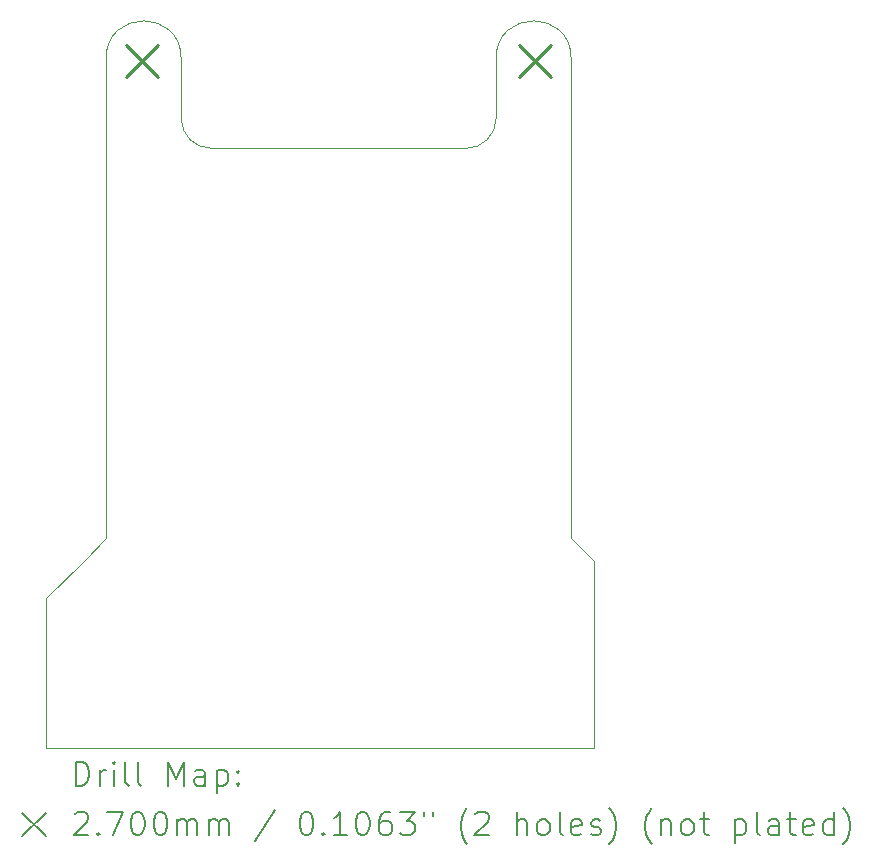
<source format=gbr>
%FSLAX45Y45*%
G04 Gerber Fmt 4.5, Leading zero omitted, Abs format (unit mm)*
G04 Created by KiCad (PCBNEW (6.0.0)) date 2022-03-13 18:38:00*
%MOMM*%
%LPD*%
G01*
G04 APERTURE LIST*
%TA.AperFunction,Profile*%
%ADD10C,0.100000*%
%TD*%
%ADD11C,0.200000*%
%ADD12C,0.270000*%
G04 APERTURE END LIST*
D10*
X13906500Y-11176000D02*
X14097000Y-11366500D01*
X13906500Y-7112000D02*
G75*
G03*
X13271500Y-7112000I-317500J0D01*
G01*
X13017500Y-7874000D02*
G75*
G03*
X13271500Y-7620000I0J254000D01*
G01*
X9461500Y-11684000D02*
X9461500Y-12954000D01*
X10604500Y-7620000D02*
G75*
G03*
X10858500Y-7874000I254000J0D01*
G01*
X9969500Y-11176000D02*
X9779000Y-11366500D01*
X13271500Y-7620000D02*
X13271500Y-7112000D01*
X9779000Y-11366500D02*
X9461500Y-11684000D01*
X10604500Y-7112000D02*
G75*
G03*
X9969500Y-7112000I-317500J0D01*
G01*
X14097000Y-12954000D02*
X14097000Y-11366500D01*
X13906500Y-11176000D02*
X13906500Y-7112000D01*
X9969500Y-7112000D02*
X9969500Y-11176000D01*
X10604500Y-7620000D02*
X10604500Y-7112000D01*
X9461500Y-12954000D02*
X14097000Y-12954000D01*
X13017500Y-7874000D02*
X10858500Y-7874000D01*
D11*
D12*
X10141000Y-7001000D02*
X10411000Y-7271000D01*
X10411000Y-7001000D02*
X10141000Y-7271000D01*
X13465000Y-7001000D02*
X13735000Y-7271000D01*
X13735000Y-7001000D02*
X13465000Y-7271000D01*
D11*
X9714119Y-13269476D02*
X9714119Y-13069476D01*
X9761738Y-13069476D01*
X9790310Y-13079000D01*
X9809357Y-13098048D01*
X9818881Y-13117095D01*
X9828405Y-13155190D01*
X9828405Y-13183762D01*
X9818881Y-13221857D01*
X9809357Y-13240905D01*
X9790310Y-13259952D01*
X9761738Y-13269476D01*
X9714119Y-13269476D01*
X9914119Y-13269476D02*
X9914119Y-13136143D01*
X9914119Y-13174238D02*
X9923643Y-13155190D01*
X9933167Y-13145667D01*
X9952214Y-13136143D01*
X9971262Y-13136143D01*
X10037929Y-13269476D02*
X10037929Y-13136143D01*
X10037929Y-13069476D02*
X10028405Y-13079000D01*
X10037929Y-13088524D01*
X10047452Y-13079000D01*
X10037929Y-13069476D01*
X10037929Y-13088524D01*
X10161738Y-13269476D02*
X10142690Y-13259952D01*
X10133167Y-13240905D01*
X10133167Y-13069476D01*
X10266500Y-13269476D02*
X10247452Y-13259952D01*
X10237929Y-13240905D01*
X10237929Y-13069476D01*
X10495071Y-13269476D02*
X10495071Y-13069476D01*
X10561738Y-13212333D01*
X10628405Y-13069476D01*
X10628405Y-13269476D01*
X10809357Y-13269476D02*
X10809357Y-13164714D01*
X10799833Y-13145667D01*
X10780786Y-13136143D01*
X10742690Y-13136143D01*
X10723643Y-13145667D01*
X10809357Y-13259952D02*
X10790310Y-13269476D01*
X10742690Y-13269476D01*
X10723643Y-13259952D01*
X10714119Y-13240905D01*
X10714119Y-13221857D01*
X10723643Y-13202809D01*
X10742690Y-13193286D01*
X10790310Y-13193286D01*
X10809357Y-13183762D01*
X10904595Y-13136143D02*
X10904595Y-13336143D01*
X10904595Y-13145667D02*
X10923643Y-13136143D01*
X10961738Y-13136143D01*
X10980786Y-13145667D01*
X10990310Y-13155190D01*
X10999833Y-13174238D01*
X10999833Y-13231381D01*
X10990310Y-13250428D01*
X10980786Y-13259952D01*
X10961738Y-13269476D01*
X10923643Y-13269476D01*
X10904595Y-13259952D01*
X11085548Y-13250428D02*
X11095071Y-13259952D01*
X11085548Y-13269476D01*
X11076024Y-13259952D01*
X11085548Y-13250428D01*
X11085548Y-13269476D01*
X11085548Y-13145667D02*
X11095071Y-13155190D01*
X11085548Y-13164714D01*
X11076024Y-13155190D01*
X11085548Y-13145667D01*
X11085548Y-13164714D01*
X9256500Y-13499000D02*
X9456500Y-13699000D01*
X9456500Y-13499000D02*
X9256500Y-13699000D01*
X9704595Y-13508524D02*
X9714119Y-13499000D01*
X9733167Y-13489476D01*
X9780786Y-13489476D01*
X9799833Y-13499000D01*
X9809357Y-13508524D01*
X9818881Y-13527571D01*
X9818881Y-13546619D01*
X9809357Y-13575190D01*
X9695071Y-13689476D01*
X9818881Y-13689476D01*
X9904595Y-13670428D02*
X9914119Y-13679952D01*
X9904595Y-13689476D01*
X9895071Y-13679952D01*
X9904595Y-13670428D01*
X9904595Y-13689476D01*
X9980786Y-13489476D02*
X10114119Y-13489476D01*
X10028405Y-13689476D01*
X10228405Y-13489476D02*
X10247452Y-13489476D01*
X10266500Y-13499000D01*
X10276024Y-13508524D01*
X10285548Y-13527571D01*
X10295071Y-13565667D01*
X10295071Y-13613286D01*
X10285548Y-13651381D01*
X10276024Y-13670428D01*
X10266500Y-13679952D01*
X10247452Y-13689476D01*
X10228405Y-13689476D01*
X10209357Y-13679952D01*
X10199833Y-13670428D01*
X10190310Y-13651381D01*
X10180786Y-13613286D01*
X10180786Y-13565667D01*
X10190310Y-13527571D01*
X10199833Y-13508524D01*
X10209357Y-13499000D01*
X10228405Y-13489476D01*
X10418881Y-13489476D02*
X10437929Y-13489476D01*
X10456976Y-13499000D01*
X10466500Y-13508524D01*
X10476024Y-13527571D01*
X10485548Y-13565667D01*
X10485548Y-13613286D01*
X10476024Y-13651381D01*
X10466500Y-13670428D01*
X10456976Y-13679952D01*
X10437929Y-13689476D01*
X10418881Y-13689476D01*
X10399833Y-13679952D01*
X10390310Y-13670428D01*
X10380786Y-13651381D01*
X10371262Y-13613286D01*
X10371262Y-13565667D01*
X10380786Y-13527571D01*
X10390310Y-13508524D01*
X10399833Y-13499000D01*
X10418881Y-13489476D01*
X10571262Y-13689476D02*
X10571262Y-13556143D01*
X10571262Y-13575190D02*
X10580786Y-13565667D01*
X10599833Y-13556143D01*
X10628405Y-13556143D01*
X10647452Y-13565667D01*
X10656976Y-13584714D01*
X10656976Y-13689476D01*
X10656976Y-13584714D02*
X10666500Y-13565667D01*
X10685548Y-13556143D01*
X10714119Y-13556143D01*
X10733167Y-13565667D01*
X10742690Y-13584714D01*
X10742690Y-13689476D01*
X10837929Y-13689476D02*
X10837929Y-13556143D01*
X10837929Y-13575190D02*
X10847452Y-13565667D01*
X10866500Y-13556143D01*
X10895071Y-13556143D01*
X10914119Y-13565667D01*
X10923643Y-13584714D01*
X10923643Y-13689476D01*
X10923643Y-13584714D02*
X10933167Y-13565667D01*
X10952214Y-13556143D01*
X10980786Y-13556143D01*
X10999833Y-13565667D01*
X11009357Y-13584714D01*
X11009357Y-13689476D01*
X11399833Y-13479952D02*
X11228405Y-13737095D01*
X11656976Y-13489476D02*
X11676024Y-13489476D01*
X11695071Y-13499000D01*
X11704595Y-13508524D01*
X11714119Y-13527571D01*
X11723643Y-13565667D01*
X11723643Y-13613286D01*
X11714119Y-13651381D01*
X11704595Y-13670428D01*
X11695071Y-13679952D01*
X11676024Y-13689476D01*
X11656976Y-13689476D01*
X11637928Y-13679952D01*
X11628405Y-13670428D01*
X11618881Y-13651381D01*
X11609357Y-13613286D01*
X11609357Y-13565667D01*
X11618881Y-13527571D01*
X11628405Y-13508524D01*
X11637928Y-13499000D01*
X11656976Y-13489476D01*
X11809357Y-13670428D02*
X11818881Y-13679952D01*
X11809357Y-13689476D01*
X11799833Y-13679952D01*
X11809357Y-13670428D01*
X11809357Y-13689476D01*
X12009357Y-13689476D02*
X11895071Y-13689476D01*
X11952214Y-13689476D02*
X11952214Y-13489476D01*
X11933167Y-13518048D01*
X11914119Y-13537095D01*
X11895071Y-13546619D01*
X12133167Y-13489476D02*
X12152214Y-13489476D01*
X12171262Y-13499000D01*
X12180786Y-13508524D01*
X12190309Y-13527571D01*
X12199833Y-13565667D01*
X12199833Y-13613286D01*
X12190309Y-13651381D01*
X12180786Y-13670428D01*
X12171262Y-13679952D01*
X12152214Y-13689476D01*
X12133167Y-13689476D01*
X12114119Y-13679952D01*
X12104595Y-13670428D01*
X12095071Y-13651381D01*
X12085548Y-13613286D01*
X12085548Y-13565667D01*
X12095071Y-13527571D01*
X12104595Y-13508524D01*
X12114119Y-13499000D01*
X12133167Y-13489476D01*
X12371262Y-13489476D02*
X12333167Y-13489476D01*
X12314119Y-13499000D01*
X12304595Y-13508524D01*
X12285548Y-13537095D01*
X12276024Y-13575190D01*
X12276024Y-13651381D01*
X12285548Y-13670428D01*
X12295071Y-13679952D01*
X12314119Y-13689476D01*
X12352214Y-13689476D01*
X12371262Y-13679952D01*
X12380786Y-13670428D01*
X12390309Y-13651381D01*
X12390309Y-13603762D01*
X12380786Y-13584714D01*
X12371262Y-13575190D01*
X12352214Y-13565667D01*
X12314119Y-13565667D01*
X12295071Y-13575190D01*
X12285548Y-13584714D01*
X12276024Y-13603762D01*
X12456976Y-13489476D02*
X12580786Y-13489476D01*
X12514119Y-13565667D01*
X12542690Y-13565667D01*
X12561738Y-13575190D01*
X12571262Y-13584714D01*
X12580786Y-13603762D01*
X12580786Y-13651381D01*
X12571262Y-13670428D01*
X12561738Y-13679952D01*
X12542690Y-13689476D01*
X12485548Y-13689476D01*
X12466500Y-13679952D01*
X12456976Y-13670428D01*
X12656976Y-13489476D02*
X12656976Y-13527571D01*
X12733167Y-13489476D02*
X12733167Y-13527571D01*
X13028405Y-13765667D02*
X13018881Y-13756143D01*
X12999833Y-13727571D01*
X12990309Y-13708524D01*
X12980786Y-13679952D01*
X12971262Y-13632333D01*
X12971262Y-13594238D01*
X12980786Y-13546619D01*
X12990309Y-13518048D01*
X12999833Y-13499000D01*
X13018881Y-13470428D01*
X13028405Y-13460905D01*
X13095071Y-13508524D02*
X13104595Y-13499000D01*
X13123643Y-13489476D01*
X13171262Y-13489476D01*
X13190309Y-13499000D01*
X13199833Y-13508524D01*
X13209357Y-13527571D01*
X13209357Y-13546619D01*
X13199833Y-13575190D01*
X13085548Y-13689476D01*
X13209357Y-13689476D01*
X13447452Y-13689476D02*
X13447452Y-13489476D01*
X13533167Y-13689476D02*
X13533167Y-13584714D01*
X13523643Y-13565667D01*
X13504595Y-13556143D01*
X13476024Y-13556143D01*
X13456976Y-13565667D01*
X13447452Y-13575190D01*
X13656976Y-13689476D02*
X13637928Y-13679952D01*
X13628405Y-13670428D01*
X13618881Y-13651381D01*
X13618881Y-13594238D01*
X13628405Y-13575190D01*
X13637928Y-13565667D01*
X13656976Y-13556143D01*
X13685548Y-13556143D01*
X13704595Y-13565667D01*
X13714119Y-13575190D01*
X13723643Y-13594238D01*
X13723643Y-13651381D01*
X13714119Y-13670428D01*
X13704595Y-13679952D01*
X13685548Y-13689476D01*
X13656976Y-13689476D01*
X13837928Y-13689476D02*
X13818881Y-13679952D01*
X13809357Y-13660905D01*
X13809357Y-13489476D01*
X13990309Y-13679952D02*
X13971262Y-13689476D01*
X13933167Y-13689476D01*
X13914119Y-13679952D01*
X13904595Y-13660905D01*
X13904595Y-13584714D01*
X13914119Y-13565667D01*
X13933167Y-13556143D01*
X13971262Y-13556143D01*
X13990309Y-13565667D01*
X13999833Y-13584714D01*
X13999833Y-13603762D01*
X13904595Y-13622809D01*
X14076024Y-13679952D02*
X14095071Y-13689476D01*
X14133167Y-13689476D01*
X14152214Y-13679952D01*
X14161738Y-13660905D01*
X14161738Y-13651381D01*
X14152214Y-13632333D01*
X14133167Y-13622809D01*
X14104595Y-13622809D01*
X14085548Y-13613286D01*
X14076024Y-13594238D01*
X14076024Y-13584714D01*
X14085548Y-13565667D01*
X14104595Y-13556143D01*
X14133167Y-13556143D01*
X14152214Y-13565667D01*
X14228405Y-13765667D02*
X14237928Y-13756143D01*
X14256976Y-13727571D01*
X14266500Y-13708524D01*
X14276024Y-13679952D01*
X14285548Y-13632333D01*
X14285548Y-13594238D01*
X14276024Y-13546619D01*
X14266500Y-13518048D01*
X14256976Y-13499000D01*
X14237928Y-13470428D01*
X14228405Y-13460905D01*
X14590309Y-13765667D02*
X14580786Y-13756143D01*
X14561738Y-13727571D01*
X14552214Y-13708524D01*
X14542690Y-13679952D01*
X14533167Y-13632333D01*
X14533167Y-13594238D01*
X14542690Y-13546619D01*
X14552214Y-13518048D01*
X14561738Y-13499000D01*
X14580786Y-13470428D01*
X14590309Y-13460905D01*
X14666500Y-13556143D02*
X14666500Y-13689476D01*
X14666500Y-13575190D02*
X14676024Y-13565667D01*
X14695071Y-13556143D01*
X14723643Y-13556143D01*
X14742690Y-13565667D01*
X14752214Y-13584714D01*
X14752214Y-13689476D01*
X14876024Y-13689476D02*
X14856976Y-13679952D01*
X14847452Y-13670428D01*
X14837928Y-13651381D01*
X14837928Y-13594238D01*
X14847452Y-13575190D01*
X14856976Y-13565667D01*
X14876024Y-13556143D01*
X14904595Y-13556143D01*
X14923643Y-13565667D01*
X14933167Y-13575190D01*
X14942690Y-13594238D01*
X14942690Y-13651381D01*
X14933167Y-13670428D01*
X14923643Y-13679952D01*
X14904595Y-13689476D01*
X14876024Y-13689476D01*
X14999833Y-13556143D02*
X15076024Y-13556143D01*
X15028405Y-13489476D02*
X15028405Y-13660905D01*
X15037928Y-13679952D01*
X15056976Y-13689476D01*
X15076024Y-13689476D01*
X15295071Y-13556143D02*
X15295071Y-13756143D01*
X15295071Y-13565667D02*
X15314119Y-13556143D01*
X15352214Y-13556143D01*
X15371262Y-13565667D01*
X15380786Y-13575190D01*
X15390309Y-13594238D01*
X15390309Y-13651381D01*
X15380786Y-13670428D01*
X15371262Y-13679952D01*
X15352214Y-13689476D01*
X15314119Y-13689476D01*
X15295071Y-13679952D01*
X15504595Y-13689476D02*
X15485548Y-13679952D01*
X15476024Y-13660905D01*
X15476024Y-13489476D01*
X15666500Y-13689476D02*
X15666500Y-13584714D01*
X15656976Y-13565667D01*
X15637928Y-13556143D01*
X15599833Y-13556143D01*
X15580786Y-13565667D01*
X15666500Y-13679952D02*
X15647452Y-13689476D01*
X15599833Y-13689476D01*
X15580786Y-13679952D01*
X15571262Y-13660905D01*
X15571262Y-13641857D01*
X15580786Y-13622809D01*
X15599833Y-13613286D01*
X15647452Y-13613286D01*
X15666500Y-13603762D01*
X15733167Y-13556143D02*
X15809357Y-13556143D01*
X15761738Y-13489476D02*
X15761738Y-13660905D01*
X15771262Y-13679952D01*
X15790309Y-13689476D01*
X15809357Y-13689476D01*
X15952214Y-13679952D02*
X15933167Y-13689476D01*
X15895071Y-13689476D01*
X15876024Y-13679952D01*
X15866500Y-13660905D01*
X15866500Y-13584714D01*
X15876024Y-13565667D01*
X15895071Y-13556143D01*
X15933167Y-13556143D01*
X15952214Y-13565667D01*
X15961738Y-13584714D01*
X15961738Y-13603762D01*
X15866500Y-13622809D01*
X16133167Y-13689476D02*
X16133167Y-13489476D01*
X16133167Y-13679952D02*
X16114119Y-13689476D01*
X16076024Y-13689476D01*
X16056976Y-13679952D01*
X16047452Y-13670428D01*
X16037928Y-13651381D01*
X16037928Y-13594238D01*
X16047452Y-13575190D01*
X16056976Y-13565667D01*
X16076024Y-13556143D01*
X16114119Y-13556143D01*
X16133167Y-13565667D01*
X16209357Y-13765667D02*
X16218881Y-13756143D01*
X16237928Y-13727571D01*
X16247452Y-13708524D01*
X16256976Y-13679952D01*
X16266500Y-13632333D01*
X16266500Y-13594238D01*
X16256976Y-13546619D01*
X16247452Y-13518048D01*
X16237928Y-13499000D01*
X16218881Y-13470428D01*
X16209357Y-13460905D01*
M02*

</source>
